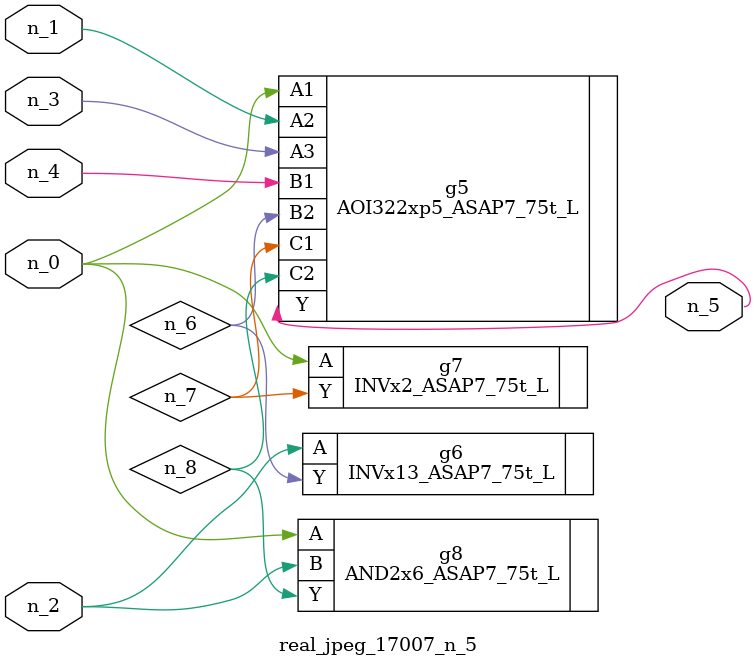
<source format=v>
module real_jpeg_17007_n_5 (n_4, n_0, n_1, n_2, n_3, n_5);

input n_4;
input n_0;
input n_1;
input n_2;
input n_3;

output n_5;

wire n_8;
wire n_6;
wire n_7;

AOI322xp5_ASAP7_75t_L g5 ( 
.A1(n_0),
.A2(n_1),
.A3(n_3),
.B1(n_4),
.B2(n_6),
.C1(n_7),
.C2(n_8),
.Y(n_5)
);

INVx2_ASAP7_75t_L g7 ( 
.A(n_0),
.Y(n_7)
);

AND2x6_ASAP7_75t_L g8 ( 
.A(n_0),
.B(n_2),
.Y(n_8)
);

INVx13_ASAP7_75t_L g6 ( 
.A(n_2),
.Y(n_6)
);


endmodule
</source>
